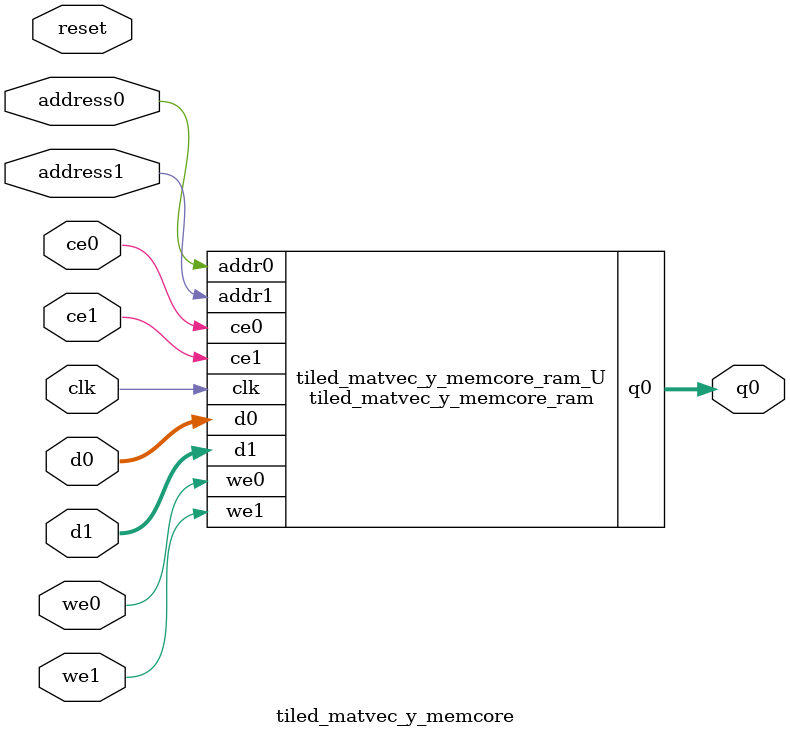
<source format=v>
`timescale 1 ns / 1 ps
module tiled_matvec_y_memcore_ram (addr0, ce0, d0, we0, q0, addr1, ce1, d1, we1,  clk);

parameter DWIDTH = 32;
parameter AWIDTH = 1;
parameter MEM_SIZE = 2;

input[AWIDTH-1:0] addr0;
input ce0;
input[DWIDTH-1:0] d0;
input we0;
output reg[DWIDTH-1:0] q0;
input[AWIDTH-1:0] addr1;
input ce1;
input[DWIDTH-1:0] d1;
input we1;
input clk;

(* ram_style = "block" *)reg [DWIDTH-1:0] ram[0:MEM_SIZE-1];




always @(posedge clk)  
begin 
    if (ce0) begin
        if (we0) 
            ram[addr0] <= d0; 
        q0 <= ram[addr0];
    end
end


always @(posedge clk)  
begin 
    if (ce1) begin
        if (we1) 
            ram[addr1] <= d1; 
    end
end


endmodule

`timescale 1 ns / 1 ps
module tiled_matvec_y_memcore(
    reset,
    clk,
    address0,
    ce0,
    we0,
    d0,
    q0,
    address1,
    ce1,
    we1,
    d1);

parameter DataWidth = 32'd32;
parameter AddressRange = 32'd2;
parameter AddressWidth = 32'd1;
input reset;
input clk;
input[AddressWidth - 1:0] address0;
input ce0;
input we0;
input[DataWidth - 1:0] d0;
output[DataWidth - 1:0] q0;
input[AddressWidth - 1:0] address1;
input ce1;
input we1;
input[DataWidth - 1:0] d1;



tiled_matvec_y_memcore_ram tiled_matvec_y_memcore_ram_U(
    .clk( clk ),
    .addr0( address0 ),
    .ce0( ce0 ),
    .we0( we0 ),
    .d0( d0 ),
    .q0( q0 ),
    .addr1( address1 ),
    .ce1( ce1 ),
    .we1( we1 ),
    .d1( d1 ));

endmodule


</source>
